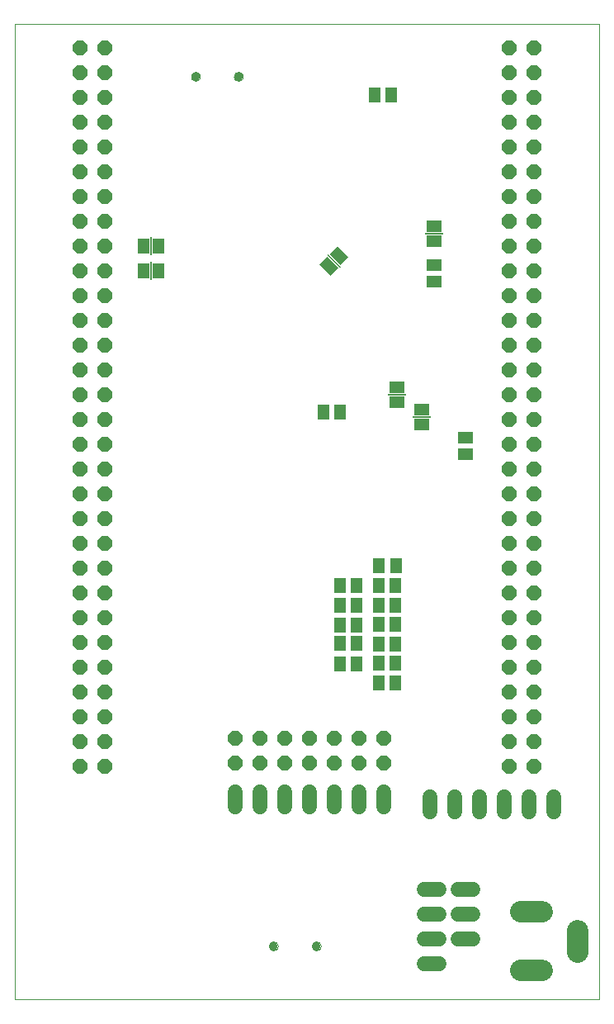
<source format=gbs>
G75*
%MOIN*%
%OFA0B0*%
%FSLAX24Y24*%
%IPPOS*%
%LPD*%
%AMOC8*
5,1,8,0,0,1.08239X$1,22.5*
%
%ADD10C,0.0000*%
%ADD11R,0.0512X0.0591*%
%ADD12C,0.0600*%
%ADD13C,0.0354*%
%ADD14C,0.0860*%
%ADD15R,0.0630X0.0460*%
%ADD16R,0.0720X0.0060*%
%ADD17R,0.0591X0.0512*%
%ADD18R,0.0460X0.0630*%
%ADD19R,0.0060X0.0720*%
%ADD20OC8,0.0600*%
D10*
X000169Y001990D02*
X000169Y041360D01*
X023791Y041360D01*
X023791Y001990D01*
X000169Y001990D01*
X010445Y004155D02*
X010447Y004181D01*
X010453Y004207D01*
X010463Y004232D01*
X010476Y004255D01*
X010492Y004275D01*
X010512Y004293D01*
X010534Y004308D01*
X010557Y004320D01*
X010583Y004328D01*
X010609Y004332D01*
X010635Y004332D01*
X010661Y004328D01*
X010687Y004320D01*
X010711Y004308D01*
X010732Y004293D01*
X010752Y004275D01*
X010768Y004255D01*
X010781Y004232D01*
X010791Y004207D01*
X010797Y004181D01*
X010799Y004155D01*
X010797Y004129D01*
X010791Y004103D01*
X010781Y004078D01*
X010768Y004055D01*
X010752Y004035D01*
X010732Y004017D01*
X010710Y004002D01*
X010687Y003990D01*
X010661Y003982D01*
X010635Y003978D01*
X010609Y003978D01*
X010583Y003982D01*
X010557Y003990D01*
X010533Y004002D01*
X010512Y004017D01*
X010492Y004035D01*
X010476Y004055D01*
X010463Y004078D01*
X010453Y004103D01*
X010447Y004129D01*
X010445Y004155D01*
X012177Y004155D02*
X012179Y004181D01*
X012185Y004207D01*
X012195Y004232D01*
X012208Y004255D01*
X012224Y004275D01*
X012244Y004293D01*
X012266Y004308D01*
X012289Y004320D01*
X012315Y004328D01*
X012341Y004332D01*
X012367Y004332D01*
X012393Y004328D01*
X012419Y004320D01*
X012443Y004308D01*
X012464Y004293D01*
X012484Y004275D01*
X012500Y004255D01*
X012513Y004232D01*
X012523Y004207D01*
X012529Y004181D01*
X012531Y004155D01*
X012529Y004129D01*
X012523Y004103D01*
X012513Y004078D01*
X012500Y004055D01*
X012484Y004035D01*
X012464Y004017D01*
X012442Y004002D01*
X012419Y003990D01*
X012393Y003982D01*
X012367Y003978D01*
X012341Y003978D01*
X012315Y003982D01*
X012289Y003990D01*
X012265Y004002D01*
X012244Y004017D01*
X012224Y004035D01*
X012208Y004055D01*
X012195Y004078D01*
X012185Y004103D01*
X012179Y004129D01*
X012177Y004155D01*
X009027Y039254D02*
X009029Y039280D01*
X009035Y039306D01*
X009045Y039331D01*
X009058Y039354D01*
X009074Y039374D01*
X009094Y039392D01*
X009116Y039407D01*
X009139Y039419D01*
X009165Y039427D01*
X009191Y039431D01*
X009217Y039431D01*
X009243Y039427D01*
X009269Y039419D01*
X009293Y039407D01*
X009314Y039392D01*
X009334Y039374D01*
X009350Y039354D01*
X009363Y039331D01*
X009373Y039306D01*
X009379Y039280D01*
X009381Y039254D01*
X009379Y039228D01*
X009373Y039202D01*
X009363Y039177D01*
X009350Y039154D01*
X009334Y039134D01*
X009314Y039116D01*
X009292Y039101D01*
X009269Y039089D01*
X009243Y039081D01*
X009217Y039077D01*
X009191Y039077D01*
X009165Y039081D01*
X009139Y039089D01*
X009115Y039101D01*
X009094Y039116D01*
X009074Y039134D01*
X009058Y039154D01*
X009045Y039177D01*
X009035Y039202D01*
X009029Y039228D01*
X009027Y039254D01*
X007295Y039254D02*
X007297Y039280D01*
X007303Y039306D01*
X007313Y039331D01*
X007326Y039354D01*
X007342Y039374D01*
X007362Y039392D01*
X007384Y039407D01*
X007407Y039419D01*
X007433Y039427D01*
X007459Y039431D01*
X007485Y039431D01*
X007511Y039427D01*
X007537Y039419D01*
X007561Y039407D01*
X007582Y039392D01*
X007602Y039374D01*
X007618Y039354D01*
X007631Y039331D01*
X007641Y039306D01*
X007647Y039280D01*
X007649Y039254D01*
X007647Y039228D01*
X007641Y039202D01*
X007631Y039177D01*
X007618Y039154D01*
X007602Y039134D01*
X007582Y039116D01*
X007560Y039101D01*
X007537Y039089D01*
X007511Y039081D01*
X007485Y039077D01*
X007459Y039077D01*
X007433Y039081D01*
X007407Y039089D01*
X007383Y039101D01*
X007362Y039116D01*
X007342Y039134D01*
X007326Y039154D01*
X007313Y039177D01*
X007303Y039202D01*
X007297Y039228D01*
X007295Y039254D01*
D11*
X014696Y038506D03*
X015366Y038506D03*
X013299Y025710D03*
X012630Y025710D03*
X014893Y019509D03*
X015563Y019509D03*
X015543Y018706D03*
X014874Y018706D03*
X014881Y017907D03*
X014885Y017128D03*
X015555Y017128D03*
X015551Y017907D03*
X015559Y016328D03*
X014889Y016328D03*
X014870Y015557D03*
X015539Y015557D03*
X015543Y014773D03*
X014874Y014773D03*
X013980Y015549D03*
X013976Y016356D03*
X013972Y017116D03*
X013976Y017919D03*
X013988Y018714D03*
X013319Y018714D03*
X013307Y017919D03*
X013303Y017116D03*
X013307Y016356D03*
X013311Y015549D03*
D12*
X013078Y010361D02*
X013078Y009761D01*
X012078Y009761D02*
X012078Y010361D01*
X011078Y010361D02*
X011078Y009761D01*
X010078Y009761D02*
X010078Y010361D01*
X009078Y010361D02*
X009078Y009761D01*
X014078Y009761D02*
X014078Y010361D01*
X015078Y010361D02*
X015078Y009761D01*
X016960Y009564D02*
X016960Y010164D01*
X017960Y010164D02*
X017960Y009564D01*
X018960Y009564D02*
X018960Y010164D01*
X019960Y010164D02*
X019960Y009564D01*
X020960Y009564D02*
X020960Y010164D01*
X021960Y010164D02*
X021960Y009564D01*
X018678Y006435D02*
X018078Y006435D01*
X018078Y005435D02*
X018678Y005435D01*
X018678Y004435D02*
X018078Y004435D01*
X017300Y004443D02*
X016700Y004443D01*
X016700Y003443D02*
X017300Y003443D01*
X017300Y005443D02*
X016700Y005443D01*
X016700Y006443D02*
X017300Y006443D01*
D13*
X012354Y004155D03*
X010622Y004155D03*
X009204Y039254D03*
X007472Y039254D03*
D14*
X020605Y005533D02*
X021465Y005533D01*
X022925Y004782D02*
X022925Y003922D01*
X021465Y003171D02*
X020605Y003171D01*
D15*
X016606Y025213D03*
X016606Y025813D03*
X015622Y026099D03*
X015622Y026699D03*
X017098Y032595D03*
X017098Y033195D03*
D16*
X017098Y032895D03*
X015622Y026399D03*
X016606Y025513D03*
D17*
X018378Y024667D03*
X018378Y023998D03*
X017098Y030986D03*
X017098Y031655D03*
D18*
G36*
X012890Y032085D02*
X013215Y032410D01*
X013660Y031965D01*
X013335Y031640D01*
X012890Y032085D01*
G37*
G36*
X012465Y031660D02*
X012790Y031985D01*
X013235Y031540D01*
X012910Y031215D01*
X012465Y031660D01*
G37*
X005981Y031419D03*
X005381Y031419D03*
X005381Y032403D03*
X005981Y032403D03*
D19*
X005681Y032403D03*
X005681Y031419D03*
G36*
X012788Y032046D02*
X012830Y032088D01*
X013338Y031580D01*
X013296Y031538D01*
X012788Y032046D01*
G37*
D20*
X020141Y032415D03*
X020141Y031415D03*
X020141Y030415D03*
X020141Y029415D03*
X020141Y028415D03*
X020141Y027415D03*
X020141Y026415D03*
X020141Y025415D03*
X020141Y024415D03*
X020141Y023415D03*
X020141Y022415D03*
X020141Y021415D03*
X020141Y020415D03*
X020141Y019415D03*
X020141Y018415D03*
X020141Y017415D03*
X020141Y016415D03*
X020141Y015415D03*
X020141Y014415D03*
X020141Y013415D03*
X020141Y012415D03*
X020141Y011415D03*
X021141Y011415D03*
X021141Y012415D03*
X021141Y013415D03*
X021141Y014415D03*
X021141Y015415D03*
X021141Y016415D03*
X021141Y017415D03*
X021141Y018415D03*
X021141Y019415D03*
X021141Y020415D03*
X021141Y021415D03*
X021141Y022415D03*
X021141Y023415D03*
X021141Y024415D03*
X021141Y025415D03*
X021141Y026415D03*
X021141Y027415D03*
X021141Y028415D03*
X021141Y029415D03*
X021141Y030415D03*
X021141Y031415D03*
X021141Y032415D03*
X021141Y033415D03*
X021141Y034415D03*
X021141Y035415D03*
X021141Y036415D03*
X021141Y037415D03*
X021141Y038415D03*
X021141Y039415D03*
X021141Y040415D03*
X020141Y040415D03*
X020141Y039415D03*
X020141Y038415D03*
X020141Y037415D03*
X020141Y036415D03*
X020141Y035415D03*
X020141Y034415D03*
X020141Y033415D03*
X015078Y012529D03*
X015078Y011529D03*
X014078Y011529D03*
X014078Y012529D03*
X013078Y012529D03*
X013078Y011529D03*
X012078Y011529D03*
X012078Y012529D03*
X011078Y012529D03*
X011078Y011529D03*
X010078Y011529D03*
X010078Y012529D03*
X009078Y012529D03*
X009078Y011529D03*
X003819Y011415D03*
X003819Y012415D03*
X003819Y013415D03*
X003819Y014415D03*
X003819Y015415D03*
X003819Y016415D03*
X003819Y017415D03*
X003819Y018415D03*
X003819Y019415D03*
X003819Y020415D03*
X003819Y021415D03*
X003819Y022415D03*
X003819Y023415D03*
X003819Y024415D03*
X003819Y025415D03*
X003819Y026415D03*
X003819Y027415D03*
X003819Y028415D03*
X003819Y029415D03*
X003819Y030415D03*
X003819Y031415D03*
X003819Y032415D03*
X003819Y033415D03*
X003819Y034415D03*
X003819Y035415D03*
X003819Y036415D03*
X003819Y037415D03*
X003819Y038415D03*
X003819Y039415D03*
X003819Y040415D03*
X002819Y040415D03*
X002819Y039415D03*
X002819Y038415D03*
X002819Y037415D03*
X002819Y036415D03*
X002819Y035415D03*
X002819Y034415D03*
X002819Y033415D03*
X002819Y032415D03*
X002819Y031415D03*
X002819Y030415D03*
X002819Y029415D03*
X002819Y028415D03*
X002819Y027415D03*
X002819Y026415D03*
X002819Y025415D03*
X002819Y024415D03*
X002819Y023415D03*
X002819Y022415D03*
X002819Y021415D03*
X002819Y020415D03*
X002819Y019415D03*
X002819Y018415D03*
X002819Y017415D03*
X002819Y016415D03*
X002819Y015415D03*
X002819Y014415D03*
X002819Y013415D03*
X002819Y012415D03*
X002819Y011415D03*
M02*

</source>
